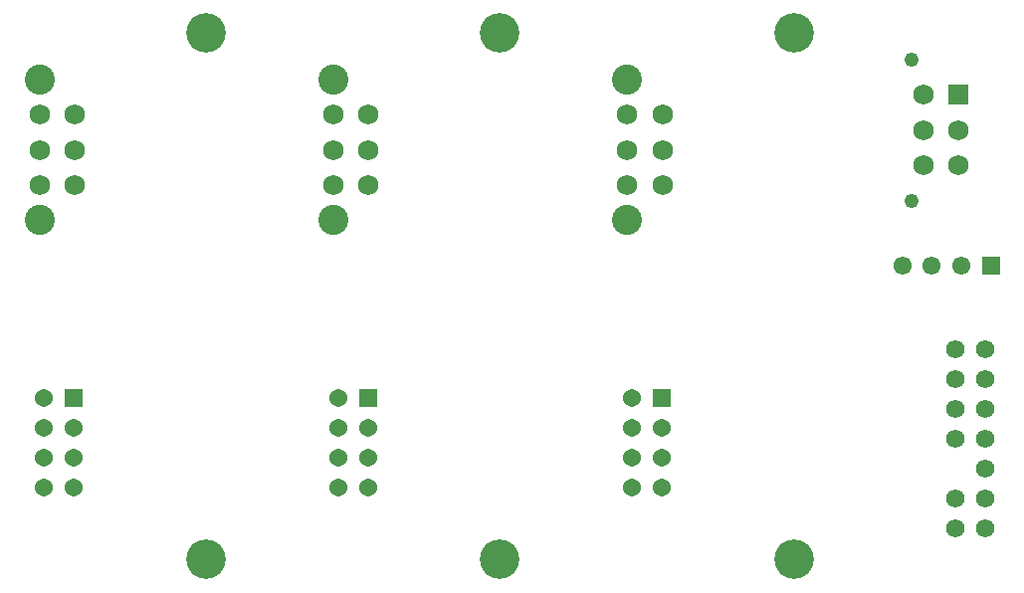
<source format=gbs>
G75*
G70*
%OFA0B0*%
%FSLAX24Y24*%
%IPPOS*%
%LPD*%
%AMOC8*
5,1,8,0,0,1.08239X$1,22.5*
%
%ADD10C,0.1320*%
%ADD11C,0.0682*%
%ADD12C,0.1009*%
%ADD13C,0.0482*%
%ADD14R,0.0682X0.0682*%
%ADD15R,0.0605X0.0605*%
%ADD16C,0.0605*%
%ADD17R,0.0611X0.0611*%
%ADD18C,0.0611*%
%ADD19C,0.0620*%
D10*
X009009Y002762D03*
X018852Y002762D03*
X028694Y002762D03*
X028694Y020380D03*
X018852Y020380D03*
X009009Y020380D03*
D11*
X013269Y017655D03*
X014450Y017655D03*
X014450Y016474D03*
X013269Y016474D03*
X013269Y015293D03*
X014450Y015293D03*
X023112Y015293D03*
X024293Y015293D03*
X024293Y016474D03*
X023112Y016474D03*
X023112Y017655D03*
X024293Y017655D03*
X033025Y017132D03*
X034206Y017132D03*
X033025Y018313D03*
X033025Y015951D03*
X034206Y015951D03*
X004608Y016474D03*
X003427Y016474D03*
X003427Y017655D03*
X004608Y017655D03*
X004608Y015293D03*
X003427Y015293D03*
D12*
X003427Y014112D03*
X003427Y018837D03*
X013269Y018837D03*
X013269Y014112D03*
X023112Y014112D03*
X023112Y018837D03*
D13*
X032655Y019494D03*
X032655Y014770D03*
D14*
X034206Y018313D03*
D15*
X024273Y008151D03*
X014431Y008151D03*
X004588Y008151D03*
D16*
X003588Y005151D03*
X004588Y005151D03*
X004588Y006151D03*
X003588Y006151D03*
X003588Y007151D03*
X004588Y007151D03*
X003588Y008151D03*
X013431Y008151D03*
X013431Y007151D03*
X014431Y007151D03*
X014431Y006151D03*
X013431Y006151D03*
X013431Y005151D03*
X014431Y005151D03*
X023273Y005151D03*
X024273Y005151D03*
X024273Y006151D03*
X023273Y006151D03*
X023273Y007151D03*
X024273Y007151D03*
X023273Y008151D03*
D17*
X035289Y012604D03*
D18*
X034305Y012604D03*
X033320Y012604D03*
X032336Y012604D03*
D19*
X034100Y009797D03*
X035100Y009797D03*
X035100Y008797D03*
X034100Y008797D03*
X034100Y007797D03*
X035100Y007797D03*
X035100Y006797D03*
X034100Y006797D03*
X035100Y005797D03*
X035100Y004797D03*
X034100Y004797D03*
X034100Y003797D03*
X035100Y003797D03*
M02*

</source>
